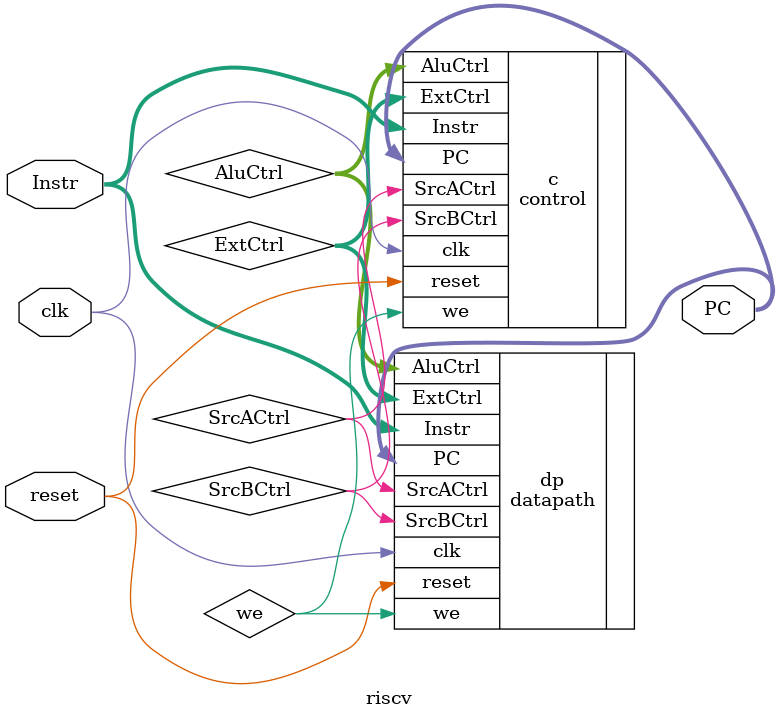
<source format=sv>
module riscv #(parameter XLEN = 32) (input logic clk, reset, input logic [XLEN-1:0] Instr, output logic [XLEN-1:0] PC);

	logic [3:0] AluCtrl; 
	logic [1:0] ExtCtrl; 
	logic SrcACtrl, SrcBCtrl, we;
	
	datapath #(XLEN) dp(.clk(clk), .reset(reset), .PC(PC), .Instr(Instr), .AluCtrl(AluCtrl), .ExtCtrl(ExtCtrl), .SrcACtrl(SrcACtrl), .SrcBCtrl(SrcBCtrl), .we(we));
	
	control #(XLEN) c(.clk(clk), .reset(reset), .PC(PC), .Instr(Instr), .AluCtrl(AluCtrl), .ExtCtrl(ExtCtrl), .SrcACtrl(SrcACtrl), .SrcBCtrl(SrcBCtrl), .we(we));
	
endmodule
</source>
